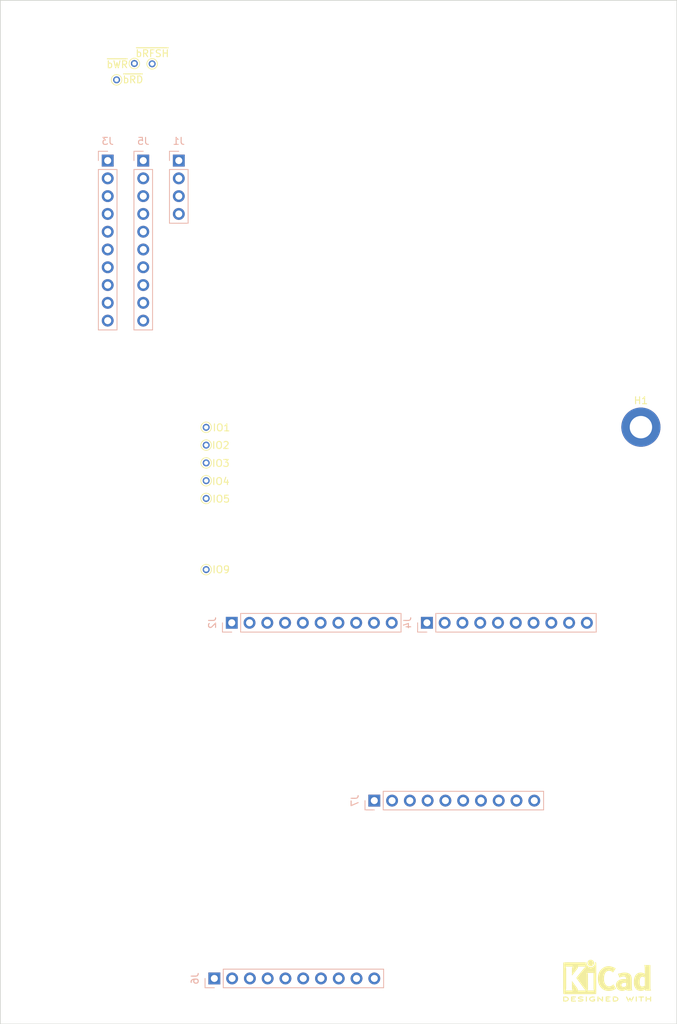
<source format=kicad_pcb>
(kicad_pcb (version 20221018) (generator pcbnew)
  (layers (0 "F.Cu" signal) (31 "B.Cu" signal) (34 "B.Paste" user) (35 "F.Paste" user) (36 "B.SilkS" user "B.Silkscreen") (37 "F.SilkS" user "F.Silkscreen") (38 "B.Mask" user) (39 "F.Mask" user) (44 "Edge.Cuts" user))
  (net 0 "")
  (net 1 "GNDD")
  (net 2 "VCC")
  (net 3 "/CLK")
  (net 4 "/IORQ")
  (net 5 "/bA10")
  (net 6 "/bA11")
  (net 7 "/bA12")
  (net 8 "/bA13")
  (net 9 "/bA14")
  (net 10 "/bA15")
  (net 11 "/CS1")
  (net 12 "/D0")
  (net 13 "/D1")
  (net 14 "/D2")
  (net 15 "/D3")
  (net 16 "/D4")
  (net 17 "/D5")
  (net 18 "/D6")
  (net 19 "/D7")
  (net 20 "/bA0")
  (net 21 "/bA1")
  (net 22 "/bA2")
  (net 23 "/bA3")
  (net 24 "/bA4")
  (net 25 "/bA5")
  (net 26 "/bA6")
  (net 27 "/bA7")
  (net 28 "/bA8")
  (net 29 "/bA9")
  (net 30 "/S_ROM_OE")
  (net 31 "/POR")
  (net 32 "/CTC_9")
  (net 33 "/i8272_16")
  (net 34 "/i8272_5")
  (net 35 "/i8272_4")
  (net 36 "/bnWR")
  (net 37 "/bnIORQ")
  (net 38 "/U35_10")
  (net 39 "/U56_15")
  (net 40 "/U56_14")
  (net 41 "/U58_2")
  (net 42 "/PO")
  (net 43 "/bnMREQ")
  (net 44 "/SO")
  (net 45 "/ROMCS")
  (net 46 "/U58_3")
  (net 47 "/nCS0")
  (net 48 "/nCS2")
  (net 49 "/nCS3")
  (net 50 "/nPOR")
  (net 51 "/nVMA")
  (net 52 "/O6")
  (net 53 "/LO6")
  (net 54 "/CS1_U55_11")
  (net 55 "/NCAS64")
  (net 56 "/bnM1")
  (net 57 "/bnRFSH")
  (net 58 "/bnRD")
  (net 59 "/IO1")
  (net 60 "/IO2")
  (net 61 "/IO3")
  (net 62 "/IO4")
  (net 63 "/IO5")
  (net 64 "/IO9")
  (footprint "Cobra_original:TestPoint_Hole_D1mm_Drill0.6mm" (layer "F.Cu") (at 72.39 49.4538)
    (fp_text reference "TP3" hide)
    (fp_text value "~{bRD}" (at 2.342514 -0.0254) (layer "F.SilkS"))
    (pad "1" thru_hole circle (at 0 0) (size 1 1) (drill 0.6) (layers "*.Cu" "*.Mask") (net 58 "/bnRD"))
  )
  (footprint "Symbol:KiCad-Logo2_5mm_SilkScreen" (layer "F.Cu") (at 142.494 178.1048)
    (fp_text reference "REF**" hide)
    (fp_text value "KiCad-Logo2_5mm_SilkScreen" hide)
  )
  (footprint "Cobra_original:TestPoint_Hole_D1mm_Drill0.6mm" (layer "F.Cu") (at 85.1916 106.7054)
    (fp_text reference "TP7" hide)
    (fp_text value "IO4" (at 2.0896 0.1016) (layer "F.SilkS"))
    (pad "1" thru_hole circle (at 0 0) (size 1 1) (drill 0.6) (layers "*.Cu" "*.Mask") (net 62 "/IO4"))
  )
  (footprint "Cobra_original:TestPoint_Hole_D1mm_Drill0.6mm" (layer "F.Cu") (at 85.1916 109.2454)
    (fp_text reference "TP10" hide)
    (fp_text value "IO5" (at 2.141947 0.0762) (layer "F.SilkS"))
    (pad "1" thru_hole circle (at 0 0) (size 1 1) (drill 0.6) (layers "*.Cu" "*.Mask") (net 63 "/IO5"))
  )
  (footprint "Cobra_original:TestPoint_Hole_D1mm_Drill0.6mm" (layer "F.Cu") (at 85.1916 119.4054)
    (fp_text reference "TP11" hide)
    (fp_text value "IO9" (at 2.1336 0) (layer "F.SilkS"))
    (pad "1" thru_hole circle (at 0 0) (size 1 1) (drill 0.6) (layers "*.Cu" "*.Mask") (net 64 "/IO9"))
  )
  (footprint "Cobra_original:TestPoint_Hole_D1mm_Drill0.6mm" (layer "F.Cu") (at 85.1916 101.6254)
    (fp_text reference "TP5" hide)
    (fp_text value "IO2" (at 2.0828 0.0254) (layer "F.SilkS"))
    (pad "1" thru_hole circle (at 0 0) (size 1 1) (drill 0.6) (layers "*.Cu" "*.Mask") (net 60 "/IO2"))
  )
  (footprint "Cobra_original:TestPoint_Hole_D1mm_Drill0.6mm" (layer "F.Cu") (at 85.1916 104.1654)
    (fp_text reference "TP6" hide)
    (fp_text value "IO3" (at 2.0896 0.0576) (layer "F.SilkS"))
    (pad "1" thru_hole circle (at 0 0) (size 1 1) (drill 0.6) (layers "*.Cu" "*.Mask") (net 61 "/IO3"))
  )
  (footprint "Cobra_original:TestPoint_Hole_D1mm_Drill0.6mm" (layer "F.Cu") (at 77.47 47.1678)
    (fp_text reference "TP2" hide)
    (fp_text value "~{bRFSH}" (at 0.025 -1.475) (layer "F.SilkS"))
    (pad "1" thru_hole circle (at 0 0) (size 1 1) (drill 0.6) (layers "*.Cu" "*.Mask") (net 57 "/bnRFSH"))
  )
  (footprint "Cobra_original:TestPoint_Hole_D1mm_Drill0.6mm" (layer "F.Cu") (at 74.93 47.117)
    (fp_text reference "TP4" hide)
    (fp_text value "~{bWR}" (at -2.4384 0.1524) (layer "F.SilkS"))
    (pad "1" thru_hole circle (at 0 0) (size 1 1) (drill 0.6) (layers "*.Cu" "*.Mask") (net 36 "/bnWR"))
  )
  (footprint "MountingHole:MountingHole_3.2mm_M3_DIN965_Pad" (layer "F.Cu") (at 147.32 99.06)
    (fp_text reference "H1" (at 0 -3.8) (layer "F.SilkS"))
    (fp_text value "MountingHole_Pad")
    (pad "1" thru_hole circle (at 0 0) (size 5.6 5.6) (drill 3.2) (layers "*.Cu" "*.Mask") (net 1 "GNDD"))
  )
  (footprint "Cobra_original:TestPoint_Hole_D1mm_Drill0.6mm" (layer "F.Cu") (at 85.1916 99.0854)
    (fp_text reference "TP1" hide)
    (fp_text value "IO1" (at 2.1844 0.0508) (layer "F.SilkS"))
    (pad "1" thru_hole circle (at 0 0) (size 1 1) (drill 0.6) (layers "*.Cu" "*.Mask") (net 59 "/IO1"))
  )
  (footprint "Connector_PinSocket_2.54mm:PinSocket_1x10_P2.54mm_Vertical" (layer "B.Cu") (at 76.2 60.9854 180)
    (fp_text reference "J5" (at 0 2.77) (layer "B.SilkS") (effects (justify mirror)))
    (fp_text value "Conn_01x10")
    (pad "1" thru_hole rect (at 0 0 180) (size 1.7 1.7) (drill 1) (layers "*.Cu" "*.Mask") (net 2 "VCC"))
    (pad "2" thru_hole oval (at 0 -2.54 180) (size 1.7 1.7) (drill 1) (layers "*.Cu" "*.Mask") (net 30 "/S_ROM_OE"))
    (pad "3" thru_hole oval (at 0 -5.08 180) (size 1.7 1.7) (drill 1) (layers "*.Cu" "*.Mask") (net 31 "/POR"))
    (pad "4" thru_hole oval (at 0 -7.62 180) (size 1.7 1.7) (drill 1) (layers "*.Cu" "*.Mask") (net 32 "/CTC_9"))
    (pad "5" thru_hole oval (at 0 -10.16 180) (size 1.7 1.7) (drill 1) (layers "*.Cu" "*.Mask") (net 33 "/i8272_16"))
    (pad "6" thru_hole oval (at 0 -12.7 180) (size 1.7 1.7) (drill 1) (layers "*.Cu" "*.Mask") (net 34 "/i8272_5"))
    (pad "7" thru_hole oval (at 0 -15.24 180) (size 1.7 1.7) (drill 1) (layers "*.Cu" "*.Mask") (net 35 "/i8272_4"))
    (pad "8" thru_hole oval (at 0 -17.78 180) (size 1.7 1.7) (drill 1) (layers "*.Cu" "*.Mask") (net 36 "/bnWR"))
    (pad "9" thru_hole oval (at 0 -20.32 180) (size 1.7 1.7) (drill 1) (layers "*.Cu" "*.Mask") (net 37 "/bnIORQ"))
    (pad "10" thru_hole oval (at 0 -22.86 180) (size 1.7 1.7) (drill 1) (layers "*.Cu" "*.Mask") (net 1 "GNDD"))
  )
  (footprint "Connector_PinSocket_2.54mm:PinSocket_1x10_P2.54mm_Vertical" (layer "B.Cu") (at 109.22 152.4 -90)
    (fp_text reference "J7" (at 0 2.77 90) (layer "B.SilkS") (effects (justify mirror)))
    (fp_text value "Conn_01x10")
    (pad "1" thru_hole rect (at 0 0 270) (size 1.7 1.7) (drill 1) (layers "*.Cu" "*.Mask") (net 47 "/nCS0"))
    (pad "2" thru_hole oval (at 0 -2.54 270) (size 1.7 1.7) (drill 1) (layers "*.Cu" "*.Mask") (net 48 "/nCS2"))
    (pad "3" thru_hole oval (at 0 -5.08 270) (size 1.7 1.7) (drill 1) (layers "*.Cu" "*.Mask") (net 49 "/nCS3"))
    (pad "4" thru_hole oval (at 0 -7.62 270) (size 1.7 1.7) (drill 1) (layers "*.Cu" "*.Mask") (net 50 "/nPOR"))
    (pad "5" thru_hole oval (at 0 -10.16 270) (size 1.7 1.7) (drill 1) (layers "*.Cu" "*.Mask") (net 51 "/nVMA"))
    (pad "6" thru_hole oval (at 0 -12.7 270) (size 1.7 1.7) (drill 1) (layers "*.Cu" "*.Mask") (net 52 "/O6"))
    (pad "7" thru_hole oval (at 0 -15.24 270) (size 1.7 1.7) (drill 1) (layers "*.Cu" "*.Mask") (net 53 "/LO6"))
    (pad "8" thru_hole oval (at 0 -17.78 270) (size 1.7 1.7) (drill 1) (layers "*.Cu" "*.Mask") (net 54 "/CS1_U55_11"))
    (pad "9" thru_hole oval (at 0 -20.32 270) (size 1.7 1.7) (drill 1) (layers "*.Cu" "*.Mask") (net 55 "/NCAS64"))
    (pad "10" thru_hole oval (at 0 -22.86 270) (size 1.7 1.7) (drill 1) (layers "*.Cu" "*.Mask") (net 56 "/bnM1"))
  )
  (footprint "Connector_PinSocket_2.54mm:PinSocket_1x04_P2.54mm_Vertical" (layer "B.Cu") (at 81.28 60.9854 180)
    (fp_text reference "J1" (at 0 2.77) (layer "B.SilkS") (effects (justify mirror)))
    (fp_text value "Conn_01x04")
    (pad "1" thru_hole rect (at 0 0 180) (size 1.7 1.7) (drill 1) (layers "*.Cu" "*.Mask") (net 2 "VCC"))
    (pad "2" thru_hole oval (at 0 -2.54 180) (size 1.7 1.7) (drill 1) (layers "*.Cu" "*.Mask") (net 2 "VCC"))
    (pad "3" thru_hole oval (at 0 -5.08 180) (size 1.7 1.7) (drill 1) (layers "*.Cu" "*.Mask") (net 1 "GNDD"))
    (pad "4" thru_hole oval (at 0 -7.62 180) (size 1.7 1.7) (drill 1) (layers "*.Cu" "*.Mask") (net 1 "GNDD"))
  )
  (footprint "Connector_PinSocket_2.54mm:PinSocket_1x10_P2.54mm_Vertical" (layer "B.Cu") (at 116.7384 127 -90)
    (fp_text reference "J4" (at 0 2.77 90) (layer "B.SilkS") (effects (justify mirror)))
    (fp_text value "Conn_01x10")
    (pad "1" thru_hole rect (at 0 0 270) (size 1.7 1.7) (drill 1) (layers "*.Cu" "*.Mask") (net 20 "/bA0"))
    (pad "2" thru_hole oval (at 0 -2.54 270) (size 1.7 1.7) (drill 1) (layers "*.Cu" "*.Mask") (net 21 "/bA1"))
    (pad "3" thru_hole oval (at 0 -5.08 270) (size 1.7 1.7) (drill 1) (layers "*.Cu" "*.Mask") (net 22 "/bA2"))
    (pad "4" thru_hole oval (at 0 -7.62 270) (size 1.7 1.7) (drill 1) (layers "*.Cu" "*.Mask") (net 23 "/bA3"))
    (pad "5" thru_hole oval (at 0 -10.16 270) (size 1.7 1.7) (drill 1) (layers "*.Cu" "*.Mask") (net 24 "/bA4"))
    (pad "6" thru_hole oval (at 0 -12.7 270) (size 1.7 1.7) (drill 1) (layers "*.Cu" "*.Mask") (net 25 "/bA5"))
    (pad "7" thru_hole oval (at 0 -15.24 270) (size 1.7 1.7) (drill 1) (layers "*.Cu" "*.Mask") (net 26 "/bA6"))
    (pad "8" thru_hole oval (at 0 -17.78 270) (size 1.7 1.7) (drill 1) (layers "*.Cu" "*.Mask") (net 27 "/bA7"))
    (pad "9" thru_hole oval (at 0 -20.32 270) (size 1.7 1.7) (drill 1) (layers "*.Cu" "*.Mask") (net 28 "/bA8"))
    (pad "10" thru_hole oval (at 0 -22.86 270) (size 1.7 1.7) (drill 1) (layers "*.Cu" "*.Mask") (net 29 "/bA9"))
  )
  (footprint "Connector_PinSocket_2.54mm:PinSocket_1x10_P2.54mm_Vertical" (layer "B.Cu") (at 86.36 177.8 -90)
    (fp_text reference "J6" (at 0 2.77 90) (layer "B.SilkS") (effects (justify mirror)))
    (fp_text value "Conn_01x10")
    (pad "1" thru_hole rect (at 0 0 270) (size 1.7 1.7) (drill 1) (layers "*.Cu" "*.Mask") (net 38 "/U35_10"))
    (pad "2" thru_hole oval (at 0 -2.54 270) (size 1.7 1.7) (drill 1) (layers "*.Cu" "*.Mask") (net 39 "/U56_15"))
    (pad "3" thru_hole oval (at 0 -5.08 270) (size 1.7 1.7) (drill 1) (layers "*.Cu" "*.Mask") (net 40 "/U56_14"))
    (pad "4" thru_hole oval (at 0 -7.62 270) (size 1.7 1.7) (drill 1) (layers "*.Cu" "*.Mask") (net 41 "/U58_2"))
    (pad "5" thru_hole oval (at 0 -10.16 270) (size 1.7 1.7) (drill 1) (layers "*.Cu" "*.Mask") (net 42 "/PO"))
    (pad "6" thru_hole oval (at 0 -12.7 270) (size 1.7 1.7) (drill 1) (layers "*.Cu" "*.Mask") (net 43 "/bnMREQ"))
    (pad "7" thru_hole oval (at 0 -15.24 270) (size 1.7 1.7) (drill 1) (layers "*.Cu" "*.Mask") (net 2 "VCC"))
    (pad "8" thru_hole oval (at 0 -17.78 270) (size 1.7 1.7) (drill 1) (layers "*.Cu" "*.Mask") (net 44 "/SO"))
    (pad "9" thru_hole oval (at 0 -20.32 270) (size 1.7 1.7) (drill 1) (layers "*.Cu" "*.Mask") (net 45 "/ROMCS"))
    (pad "10" thru_hole oval (at 0 -22.86 270) (size 1.7 1.7) (drill 1) (layers "*.Cu" "*.Mask") (net 46 "/U58_3"))
  )
  (footprint "Connector_PinSocket_2.54mm:PinSocket_1x10_P2.54mm_Vertical" (layer "B.Cu") (at 88.8492 127 -90)
    (fp_text reference "J2" (at 0 2.77 90) (layer "B.SilkS") (effects (justify mirror)))
    (fp_text value "Conn_01x10")
    (pad "1" thru_hole rect (at 0 0 270) (size 1.7 1.7) (drill 1) (layers "*.Cu" "*.Mask") (net 2 "VCC"))
    (pad "2" thru_hole oval (at 0 -2.54 270) (size 1.7 1.7) (drill 1) (layers "*.Cu" "*.Mask") (net 3 "/CLK"))
    (pad "3" thru_hole oval (at 0 -5.08 270) (size 1.7 1.7) (drill 1) (layers "*.Cu" "*.Mask") (net 4 "/IORQ"))
    (pad "4" thru_hole oval (at 0 -7.62 270) (size 1.7 1.7) (drill 1) (layers "*.Cu" "*.Mask") (net 5 "/bA10"))
    (pad "5" thru_hole oval (at 0 -10.16 270) (size 1.7 1.7) (drill 1) (layers "*.Cu" "*.Mask") (net 6 "/bA11"))
    (pad "6" thru_hole oval (at 0 -12.7 270) (size 1.7 1.7) (drill 1) (layers "*.Cu" "*.Mask") (net 7 "/bA12"))
    (pad "7" thru_hole oval (at 0 -15.24 270) (size 1.7 1.7) (drill 1) (layers "*.Cu" "*.Mask") (net 8 "/bA13"))
    (pad "8" thru_hole oval (at 0 -17.78 270) (size 1.7 1.7) (drill 1) (layers "*.Cu" "*.Mask") (net 9 "/bA14"))
    (pad "9" thru_hole oval (at 0 -20.32 270) (size 1.7 1.7) (drill 1) (layers "*.Cu" "*.Mask") (net 10 "/bA15"))
    (pad "10" thru_hole oval (at 0 -22.86 270) (size 1.7 1.7) (drill 1) (layers "*.Cu" "*.Mask") (net 11 "/CS1"))
  )
  (footprint "Connector_PinSocket_2.54mm:PinSocket_1x10_P2.54mm_Vertical" (layer "B.Cu") (at 71.12 60.9854 180)
    (fp_text reference "J3" (at 0 2.77) (layer "B.SilkS") (effects (justify mirror)))
    (fp_text value "Conn_01x10")
    (pad "1" thru_hole rect (at 0 0 180) (size 1.7 1.7) (drill 1) (layers "*.Cu" "*.Mask") (net 2 "VCC"))
    (pad "2" thru_hole oval (at 0 -2.54 180) (size 1.7 1.7) (drill 1) (layers "*.Cu" "*.Mask") (net 12 "/D0"))
    (pad "3" thru_hole oval (at 0 -5.08 180) (size 1.7 1.7) (drill 1) (layers "*.Cu" "*.Mask") (net 13 "/D1"))
    (pad "4" thru_hole oval (at 0 -7.62 180) (size 1.7 1.7) (drill 1) (layers "*.Cu" "*.Mask") (net 14 "/D2"))
    (pad "5" thru_hole oval (at 0 -10.16 180) (size 1.7 1.7) (drill 1) (layers "*.Cu" "*.Mask") (net 15 "/D3"))
    (pad "6" thru_hole oval (at 0 -12.7 180) (size 1.7 1.7) (drill 1) (layers "*.Cu" "*.Mask") (net 16 "/D4"))
    (pad "7" thru_hole oval (at 0 -15.24 180) (size 1.7 1.7) (drill 1) (layers "*.Cu" "*.Mask") (net 17 "/D5"))
    (pad "8" thru_hole oval (at 0 -17.78 180) (size 1.7 1.7) (drill 1) (layers "*.Cu" "*.Mask") (net 18 "/D6"))
    (pad "9" thru_hole oval (at 0 -20.32 180) (size 1.7 1.7) (drill 1) (layers "*.Cu" "*.Mask") (net 19 "/D7"))
    (pad "10" thru_hole oval (at 0 -22.86 180) (size 1.7 1.7) (drill 1) (layers "*.Cu" "*.Mask") (net 1 "GNDD"))
  )
  (gr_line (start 152.4508 184.3024) (end 55.7784 184.3024) (stroke (width 0.1)) (layer "Edge.Cuts"))
  (gr_line (start 152.4508 38.1) (end 55.7784 38.1) (stroke (width 0.1)) (layer "Edge.Cuts"))
  (gr_line (start 55.7784 38.1) (end 55.7784 184.3024) (stroke (width 0.1)) (layer "Edge.Cuts"))
  (gr_line (start 152.4508 38.1) (end 152.4508 184.3024) (stroke (width 0.1)) (layer "Edge.Cuts"))
)
</source>
